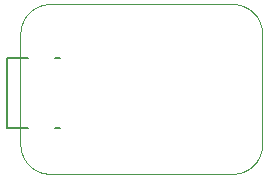
<source format=gto>
G75*
%MOIN*%
%OFA0B0*%
%FSLAX26Y26*%
%IPPOS*%
%LPD*%
%AMOC8*
5,1,8,0,0,1.08239X$1,22.5*
%
%ADD10C,0.000000*%
%ADD11C,0.006000*%
D10*
X00079921Y00025197D02*
X00688976Y00025197D01*
X00691354Y00025226D01*
X00693731Y00025312D01*
X00696105Y00025456D01*
X00698475Y00025656D01*
X00700840Y00025915D01*
X00703197Y00026230D01*
X00705547Y00026602D01*
X00707886Y00027031D01*
X00710215Y00027516D01*
X00712531Y00028057D01*
X00714833Y00028654D01*
X00717120Y00029307D01*
X00719391Y00030014D01*
X00721644Y00030777D01*
X00723878Y00031593D01*
X00726092Y00032463D01*
X00728283Y00033387D01*
X00730452Y00034363D01*
X00732597Y00035391D01*
X00734716Y00036471D01*
X00736809Y00037602D01*
X00738874Y00038783D01*
X00740909Y00040013D01*
X00742914Y00041292D01*
X00744888Y00042620D01*
X00746829Y00043995D01*
X00748736Y00045416D01*
X00750608Y00046883D01*
X00752445Y00048394D01*
X00754244Y00049950D01*
X00756005Y00051548D01*
X00757727Y00053189D01*
X00759409Y00054871D01*
X00761050Y00056593D01*
X00762648Y00058354D01*
X00764204Y00060153D01*
X00765715Y00061990D01*
X00767182Y00063862D01*
X00768603Y00065769D01*
X00769978Y00067710D01*
X00771306Y00069684D01*
X00772585Y00071689D01*
X00773815Y00073724D01*
X00774996Y00075789D01*
X00776127Y00077882D01*
X00777207Y00080001D01*
X00778235Y00082146D01*
X00779211Y00084315D01*
X00780135Y00086506D01*
X00781005Y00088720D01*
X00781821Y00090954D01*
X00782584Y00093207D01*
X00783291Y00095478D01*
X00783944Y00097765D01*
X00784541Y00100067D01*
X00785082Y00102383D01*
X00785567Y00104712D01*
X00785996Y00107051D01*
X00786368Y00109401D01*
X00786683Y00111758D01*
X00786942Y00114123D01*
X00787142Y00116493D01*
X00787286Y00118867D01*
X00787372Y00121244D01*
X00787401Y00123622D01*
X00787402Y00123622D02*
X00787402Y00492126D01*
X00787401Y00492126D02*
X00787372Y00494504D01*
X00787286Y00496881D01*
X00787142Y00499255D01*
X00786942Y00501625D01*
X00786683Y00503990D01*
X00786368Y00506347D01*
X00785996Y00508697D01*
X00785567Y00511036D01*
X00785082Y00513365D01*
X00784541Y00515681D01*
X00783944Y00517983D01*
X00783291Y00520270D01*
X00782584Y00522541D01*
X00781821Y00524794D01*
X00781005Y00527028D01*
X00780135Y00529242D01*
X00779211Y00531433D01*
X00778235Y00533602D01*
X00777207Y00535747D01*
X00776127Y00537866D01*
X00774996Y00539959D01*
X00773815Y00542024D01*
X00772585Y00544059D01*
X00771306Y00546064D01*
X00769978Y00548038D01*
X00768603Y00549979D01*
X00767182Y00551886D01*
X00765715Y00553758D01*
X00764204Y00555595D01*
X00762648Y00557394D01*
X00761050Y00559155D01*
X00759409Y00560877D01*
X00757727Y00562559D01*
X00756005Y00564200D01*
X00754244Y00565798D01*
X00752445Y00567354D01*
X00750608Y00568865D01*
X00748736Y00570332D01*
X00746829Y00571753D01*
X00744888Y00573128D01*
X00742914Y00574456D01*
X00740909Y00575735D01*
X00738874Y00576965D01*
X00736809Y00578146D01*
X00734716Y00579277D01*
X00732597Y00580357D01*
X00730452Y00581385D01*
X00728283Y00582361D01*
X00726092Y00583285D01*
X00723878Y00584155D01*
X00721644Y00584971D01*
X00719391Y00585734D01*
X00717120Y00586441D01*
X00714833Y00587094D01*
X00712531Y00587691D01*
X00710215Y00588232D01*
X00707886Y00588717D01*
X00705547Y00589146D01*
X00703197Y00589518D01*
X00700840Y00589833D01*
X00698475Y00590092D01*
X00696105Y00590292D01*
X00693731Y00590436D01*
X00691354Y00590522D01*
X00688976Y00590551D01*
X00079921Y00590551D01*
X00077543Y00590522D01*
X00075166Y00590436D01*
X00072792Y00590292D01*
X00070422Y00590092D01*
X00068057Y00589833D01*
X00065700Y00589518D01*
X00063350Y00589146D01*
X00061011Y00588717D01*
X00058682Y00588232D01*
X00056366Y00587691D01*
X00054064Y00587094D01*
X00051777Y00586441D01*
X00049506Y00585734D01*
X00047253Y00584971D01*
X00045019Y00584155D01*
X00042805Y00583285D01*
X00040614Y00582361D01*
X00038445Y00581385D01*
X00036300Y00580357D01*
X00034181Y00579277D01*
X00032088Y00578146D01*
X00030023Y00576965D01*
X00027988Y00575735D01*
X00025983Y00574456D01*
X00024009Y00573128D01*
X00022068Y00571753D01*
X00020161Y00570332D01*
X00018289Y00568865D01*
X00016452Y00567354D01*
X00014653Y00565798D01*
X00012892Y00564200D01*
X00011170Y00562559D01*
X00009488Y00560877D01*
X00007847Y00559155D01*
X00006249Y00557394D01*
X00004693Y00555595D01*
X00003182Y00553758D01*
X00001715Y00551886D01*
X00000294Y00549979D01*
X-00001081Y00548038D01*
X-00002409Y00546064D01*
X-00003688Y00544059D01*
X-00004918Y00542024D01*
X-00006099Y00539959D01*
X-00007230Y00537866D01*
X-00008310Y00535747D01*
X-00009338Y00533602D01*
X-00010314Y00531433D01*
X-00011238Y00529242D01*
X-00012108Y00527028D01*
X-00012924Y00524794D01*
X-00013687Y00522541D01*
X-00014394Y00520270D01*
X-00015047Y00517983D01*
X-00015644Y00515681D01*
X-00016185Y00513365D01*
X-00016670Y00511036D01*
X-00017099Y00508697D01*
X-00017471Y00506347D01*
X-00017786Y00503990D01*
X-00018045Y00501625D01*
X-00018245Y00499255D01*
X-00018389Y00496881D01*
X-00018475Y00494504D01*
X-00018504Y00492126D01*
X-00018504Y00123622D01*
X-00018475Y00121244D01*
X-00018389Y00118867D01*
X-00018245Y00116493D01*
X-00018045Y00114123D01*
X-00017786Y00111758D01*
X-00017471Y00109401D01*
X-00017099Y00107051D01*
X-00016670Y00104712D01*
X-00016185Y00102383D01*
X-00015644Y00100067D01*
X-00015047Y00097765D01*
X-00014394Y00095478D01*
X-00013687Y00093207D01*
X-00012924Y00090954D01*
X-00012108Y00088720D01*
X-00011238Y00086506D01*
X-00010314Y00084315D01*
X-00009338Y00082146D01*
X-00008310Y00080001D01*
X-00007230Y00077882D01*
X-00006099Y00075789D01*
X-00004918Y00073724D01*
X-00003688Y00071689D01*
X-00002409Y00069684D01*
X-00001081Y00067710D01*
X00000294Y00065769D01*
X00001715Y00063862D01*
X00003182Y00061990D01*
X00004693Y00060153D01*
X00006249Y00058354D01*
X00007847Y00056593D01*
X00009488Y00054871D01*
X00011170Y00053189D01*
X00012892Y00051548D01*
X00014653Y00049950D01*
X00016452Y00048394D01*
X00018289Y00046883D01*
X00020161Y00045416D01*
X00022068Y00043995D01*
X00024009Y00042620D01*
X00025983Y00041292D01*
X00027988Y00040013D01*
X00030023Y00038783D01*
X00032088Y00037602D01*
X00034181Y00036471D01*
X00036300Y00035391D01*
X00038445Y00034363D01*
X00040614Y00033387D01*
X00042805Y00032463D01*
X00045019Y00031593D01*
X00047253Y00030777D01*
X00049506Y00030014D01*
X00051777Y00029307D01*
X00054064Y00028654D01*
X00056366Y00028057D01*
X00058682Y00027516D01*
X00061011Y00027031D01*
X00063350Y00026602D01*
X00065700Y00026230D01*
X00068057Y00025915D01*
X00070422Y00025656D01*
X00072792Y00025456D01*
X00075166Y00025312D01*
X00077543Y00025226D01*
X00079921Y00025197D01*
D11*
X00097906Y00178276D02*
X00112906Y00178276D01*
X00006906Y00178276D02*
X-00062094Y00178276D01*
X-00062094Y00412276D01*
X00006906Y00412276D01*
X00097906Y00412276D02*
X00112906Y00412276D01*
M02*

</source>
